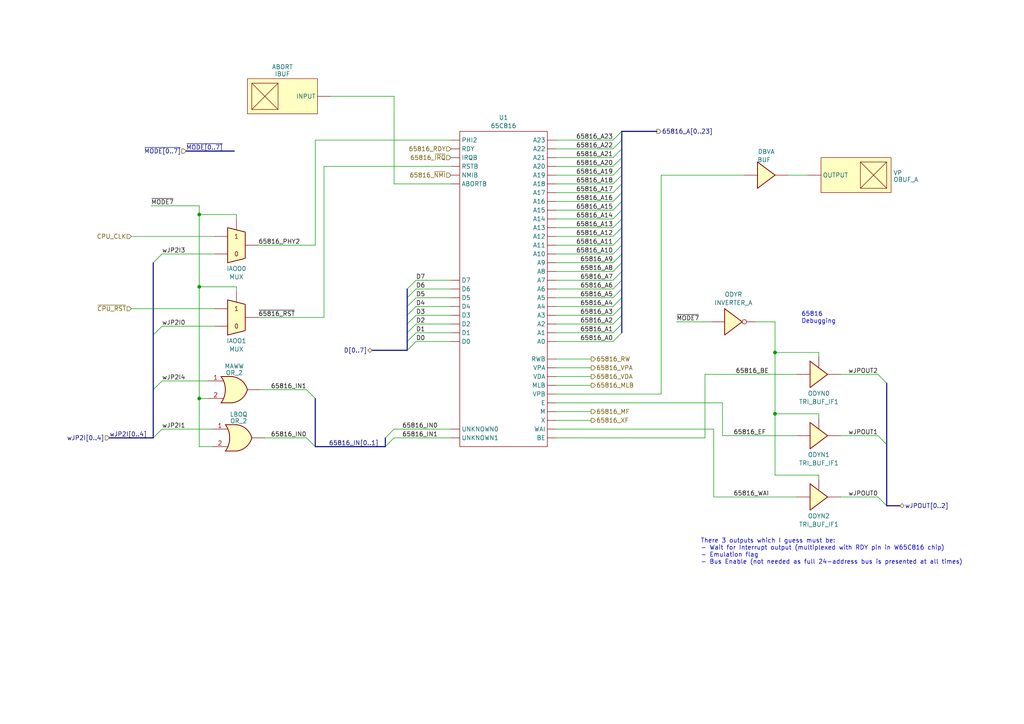
<source format=kicad_sch>
(kicad_sch (version 20230121) (generator eeschema)
  (paper "A4")
  (title_block (title "Reverse Engineered SNES S-CPU Schematics ") (date "2024-02-12") (rev "0.1") (company "Author: Regis Galland"))
  (lib_symbols
    (symbol "Ricoh_Cells:65C816"
      (property "Reference" "U" (at 0.635 1.27 0))
      (property "Value" "65C816" (at 21.59 1.27 0))
      (symbol "65C816_0_1"
        (rectangle (start 0 0) (end 25.4 -91.44))
      )
      (symbol "65C816_1_1"
        (pin output line (at 27.94 -60.96 180) (length 2.54) (name "A0") (number ""))
        (pin output line (at 27.94 -58.42 180) (length 2.54) (name "A1") (number ""))
        (pin output line (at 27.94 -35.56 180) (length 2.54) (name "A10") (number ""))
        (pin output line (at 27.94 -33.02 180) (length 2.54) (name "A11") (number ""))
        (pin output line (at 27.94 -30.48 180) (length 2.54) (name "A12") (number ""))
        (pin output line (at 27.94 -27.94 180) (length 2.54) (name "A13") (number ""))
        (pin output line (at 27.94 -25.4 180) (length 2.54) (name "A14") (number ""))
        (pin output line (at 27.94 -22.86 180) (length 2.54) (name "A15") (number ""))
        (pin output line (at 27.94 -20.32 180) (length 2.54) (name "A16") (number ""))
        (pin output line (at 27.94 -17.78 180) (length 2.54) (name "A17") (number ""))
        (pin output line (at 27.94 -15.24 180) (length 2.54) (name "A18") (number ""))
        (pin output line (at 27.94 -12.7 180) (length 2.54) (name "A19") (number ""))
        (pin output line (at 27.94 -55.88 180) (length 2.54) (name "A2") (number ""))
        (pin output line (at 27.94 -10.16 180) (length 2.54) (name "A20") (number ""))
        (pin output line (at 27.94 -7.62 180) (length 2.54) (name "A21") (number ""))
        (pin output line (at 27.94 -5.08 180) (length 2.54) (name "A22") (number ""))
        (pin output line (at 27.94 -2.54 180) (length 2.54) (name "A23") (number ""))
        (pin output line (at 27.94 -53.34 180) (length 2.54) (name "A3") (number ""))
        (pin output line (at 27.94 -50.8 180) (length 2.54) (name "A4") (number ""))
        (pin output line (at 27.94 -48.26 180) (length 2.54) (name "A5") (number ""))
        (pin output line (at 27.94 -45.72 180) (length 2.54) (name "A6") (number ""))
        (pin output line (at 27.94 -43.18 180) (length 2.54) (name "A7") (number ""))
        (pin output line (at 27.94 -40.64 180) (length 2.54) (name "A8") (number ""))
        (pin output line (at 27.94 -38.1 180) (length 2.54) (name "A9") (number ""))
        (pin input line (at -2.54 -15.24 0) (length 2.54) (name "ABORTB") (number ""))
        (pin output line (at 27.94 -88.9 180) (length 2.54) (name "BE") (number ""))
        (pin bidirectional line (at -2.54 -60.96 0) (length 2.54) (name "D0") (number ""))
        (pin bidirectional line (at -2.54 -58.42 0) (length 2.54) (name "D1") (number ""))
        (pin bidirectional line (at -2.54 -55.88 0) (length 2.54) (name "D2") (number ""))
        (pin bidirectional line (at -2.54 -53.34 0) (length 2.54) (name "D3") (number ""))
        (pin bidirectional line (at -2.54 -50.8 0) (length 2.54) (name "D4") (number ""))
        (pin bidirectional line (at -2.54 -48.26 0) (length 2.54) (name "D5") (number ""))
        (pin bidirectional line (at -2.54 -45.72 0) (length 2.54) (name "D6") (number ""))
        (pin bidirectional line (at -2.54 -43.18 0) (length 2.54) (name "D7") (number ""))
        (pin output line (at 27.94 -78.74 180) (length 2.54) (name "E") (number ""))
        (pin input line (at -2.54 -7.62 0) (length 2.54) (name "IRQB") (number ""))
        (pin output line (at 27.94 -81.28 180) (length 2.54) (name "M") (number ""))
        (pin output line (at 27.94 -73.66 180) (length 2.54) (name "MLB") (number ""))
        (pin input line (at -2.54 -12.7 0) (length 2.54) (name "NMIB") (number ""))
        (pin input line (at -2.54 -2.54 0) (length 2.54) (name "PHI2") (number ""))
        (pin input line (at -2.54 -5.08 0) (length 2.54) (name "RDY") (number ""))
        (pin input line (at -2.54 -10.16 0) (length 2.54) (name "RSTB") (number ""))
        (pin output line (at 27.94 -66.04 180) (length 2.54) (name "RWB") (number ""))
        (pin input line (at -2.54 -86.36 0) (length 2.54) (name "UNKNOWN0") (number ""))
        (pin input line (at -2.54 -88.9 0) (length 2.54) (name "UNKNOWN1") (number ""))
        (pin output line (at 27.94 -71.12 180) (length 2.54) (name "VDA") (number ""))
        (pin output line (at 27.94 -68.58 180) (length 2.54) (name "VPA") (number ""))
        (pin output line (at 27.94 -76.2 180) (length 2.54) (name "VPB") (number ""))
        (pin output line (at 27.94 -86.36 180) (length 2.54) (name "WAI") (number ""))
        (pin output line (at 27.94 -83.82 180) (length 2.54) (name "X") (number ""))
      )
    )
    (symbol "Ricoh_Cells:BUF" (pin_numbers hide) (pin_names hide)
      (property "Reference" "U?" (at 0 5.08 0))
      (property "Value" "BUF" (at 0 -5.08 0))
      (symbol "BUF_1_0"
        (polyline (pts (xy -2.54 3.81) (xy -2.54 -3.81) (xy 2.54 0) (xy -2.54 3.81)) (stroke (width 0.254)) (fill (type background)))
        (pin input line (at -6.35 0 0) (length 3.81) (name "~") (number "1"))
        (pin output line (at 6.35 0 180) (length 3.81) (name "~") (number "2"))
      )
    )
    (symbol "Ricoh_Cells:IBUF" (pin_numbers hide)
      (property "Reference" "U" (at 0 6.35 0))
      (property "Value" "IBUF" (at 0 -6.35 0))
      (symbol "IBUF_0_1"
        (rectangle (start -10.16 5.08) (end 10.16 -5.08) (fill (type background)))
        (rectangle (start -8.89 3.81) (end -1.27 -3.81))
        (polyline (pts (xy -8.89 -3.81) (xy -1.27 3.81)))
        (polyline (pts (xy -1.27 -3.81) (xy -8.89 3.81)))
      )
      (symbol "IBUF_1_1"
        (pin output line (at 13.97 0 180) (length 3.81) (name "INPUT") (number "1"))
      )
    )
    (symbol "Ricoh_Cells:INVERTER_A" (pin_numbers hide) (pin_names hide)
      (property "Reference" "U?" (at 0 5.08 0))
      (property "Value" "INVERTER_A" (at 0 -5.08 0))
      (symbol "INVERTER_A_1_0"
        (polyline (pts (xy -2.54 3.81) (xy -2.54 -3.81) (xy 2.54 0) (xy -2.54 3.81)) (stroke (width 0.254)) (fill (type background)))
        (pin input line (at -6.35 0 0) (length 3.81) (name "~") (number "1"))
        (pin output inverted (at 6.35 0 180) (length 3.81) (name "~") (number "2"))
      )
    )
    (symbol "Ricoh_Cells:MUX" (pin_numbers hide) (pin_names (offset 0))
      (property "Reference" "U" (at 0 -6.985 0))
      (property "Value" "MUX" (at 0 -9.525 0))
      (symbol "MUX_0_0"
        (text "0" (at 0 -2.54 0) (effects (font (size 1.27 1.27))))
        (text "1" (at 0 2.54 0) (effects (font (size 1.27 1.27))))
      )
      (symbol "MUX_0_1"
        (polyline (pts (xy -2.54 -5.08) (xy -2.54 5.08) (xy 2.54 3.81) (xy 2.54 -3.81) (xy -2.54 -5.08)) (stroke (width 0.254)) (fill (type background)))
      )
      (symbol "MUX_1_1"
        (pin input line (at 0 7.62 270) (length 3.17) (name "~") (number "1"))
        (pin input line (at -6.35 2.54 0) (length 3.81) (name "~") (number "2"))
        (pin input line (at -6.35 -2.54 0) (length 3.81) (name "~") (number "3"))
        (pin output line (at 6.35 0 180) (length 3.81) (name "~") (number "4"))
      )
    )
    (symbol "Ricoh_Cells:OBUF_A" (pin_numbers hide)
      (property "Reference" "U" (at 0 6.35 0))
      (property "Value" "OBUF_A" (at 0 -6.35 0))
      (symbol "OBUF_A_0_1"
        (rectangle (start -10.16 5.08) (end 10.16 -5.08) (fill (type background)))
        (rectangle (start -8.89 3.81) (end -1.27 -3.81))
        (polyline (pts (xy -8.89 -3.81) (xy -1.27 3.81)))
        (polyline (pts (xy -1.27 -3.81) (xy -8.89 3.81)))
      )
      (symbol "OBUF_A_1_1"
        (pin input line (at 13.97 0 180) (length 3.81) (name "OUTPUT") (number "1"))
      )
    )
    (symbol "Ricoh_Cells:OR_2" (pin_names hide)
      (property "Reference" "U" (at 0 5.08 0))
      (property "Value" "OR_2" (at 0 -5.08 0))
      (symbol "OR_2_1_1"
        (arc (start -3.8102 -3.81) (mid -2.5892 0) (end -3.8102 3.81) (stroke (width 0.254)))
        (arc (start -0.6098 -3.81) (mid 2.1853 -2.584) (end 3.8098 0) (stroke (width 0.254)) (fill (type background)))
        (polyline (pts (xy -3.8102 -3.81) (xy -0.6352 -3.81)) (stroke (width 0.254)) (fill (type background)))
        (polyline (pts (xy -3.8102 3.81) (xy -0.6352 3.81)) (stroke (width 0.254)) (fill (type background)))
        (polyline (pts (xy -0.6352 3.81) (xy -3.8102 3.81) (xy -3.8102 3.81) (xy -3.5562 3.4036) (xy -3.0228 2.2606) (xy -2.6926 1.0414) (xy -2.6164 -0.254) (xy -2.7688 -1.4986) (xy -3.1752 -2.7178) (xy -3.8102 -3.81) (xy -3.8102 -3.81) (xy -0.6352 -3.81)) (stroke (width -25.4)) (fill (type background)))
        (arc (start 3.8098 0) (mid 2.1926 2.5925) (end -0.6098 3.81) (stroke (width 0.254)) (fill (type background)))
        (pin input line (at -7.62 2.54 0) (length 4.4) (name "~") (number "1"))
        (pin input line (at -7.62 -2.54 0) (length 4.4) (name "~") (number "2"))
        (pin output line (at 7.62 0 180) (length 3.81) (name "~") (number "3"))
      )
    )
    (symbol "Ricoh_Cells:TRI_BUF_IF1" (pin_numbers hide) (pin_names hide)
      (property "Reference" "U10" (at 0 -5.5325 0))
      (property "Value" "TRI_BUF_IF1" (at 0 -7.4535 0))
      (symbol "TRI_BUF_IF1_1_0"
        (polyline (pts (xy -2.54 3.81) (xy -2.54 -3.81) (xy 2.54 0) (xy -2.54 3.81)) (stroke (width 0.254)) (fill (type background)))
        (pin input line (at -6.35 0 0) (length 3.81) (name "IN") (number "1"))
        (pin input line (at -6.35 0 0) (length 3.81) hide (name "IN") (number "3"))
        (pin tri_state line (at 6.35 0 180) (length 3.81) (name "~") (number "4"))
      )
      (symbol "TRI_BUF_IF1_1_1"
        (pin input line (at 0 5.08 270) (length 3) (name "~{ENA}") (number "2"))
      )
    )
  )
  (junction (at 57.785 62.23))
  (junction (at 224.79 120.015))
  (junction (at 57.785 115.57))
  (junction (at 224.79 102.235))
  (junction (at 57.785 83.185))
  (bus_entry (at 177.8 40.64) (size 2.54 -2.54))
  (bus_entry (at 120.65 99.06) (size -2.54 2.54))
  (bus_entry (at 177.8 48.26) (size 2.54 -2.54))
  (bus_entry (at 177.8 50.8) (size 2.54 -2.54))
  (bus_entry (at 254.635 108.585) (size 2.54 2.54))
  (bus_entry (at 111.76 127) (size 2.54 -2.54))
  (bus_entry (at 88.9 127) (size 2.54 2.54))
  (bus_entry (at 111.76 129.54) (size 2.54 -2.54))
  (bus_entry (at 120.65 88.9) (size -2.54 2.54))
  (bus_entry (at 177.8 81.28) (size 2.54 -2.54))
  (bus_entry (at 177.8 83.82) (size 2.54 -2.54))
  (bus_entry (at 177.8 93.98) (size 2.54 -2.54))
  (bus_entry (at 177.8 73.66) (size 2.54 -2.54))
  (bus_entry (at 177.8 78.74) (size 2.54 -2.54))
  (bus_entry (at 120.65 81.28) (size -2.54 2.54))
  (bus_entry (at 177.8 91.44) (size 2.54 -2.54))
  (bus_entry (at 177.8 88.9) (size 2.54 -2.54))
  (bus_entry (at 177.8 76.2) (size 2.54 -2.54))
  (bus_entry (at 120.65 91.44) (size -2.54 2.54))
  (bus_entry (at 120.65 86.36) (size -2.54 2.54))
  (bus_entry (at 177.8 68.58) (size 2.54 -2.54))
  (bus_entry (at 177.8 58.42) (size 2.54 -2.54))
  (bus_entry (at 46.99 124.46) (size -2.54 2.54))
  (bus_entry (at 177.8 45.72) (size 2.54 -2.54))
  (bus_entry (at 177.8 96.52) (size 2.54 -2.54))
  (bus_entry (at 177.8 71.12) (size 2.54 -2.54))
  (bus_entry (at 46.99 94.615) (size -2.54 2.54))
  (bus_entry (at 177.8 63.5) (size 2.54 -2.54))
  (bus_entry (at 88.9 113.03) (size 2.54 2.54))
  (bus_entry (at 177.8 66.04) (size 2.54 -2.54))
  (bus_entry (at 177.8 60.96) (size 2.54 -2.54))
  (bus_entry (at 177.8 86.36) (size 2.54 -2.54))
  (bus_entry (at 120.65 93.98) (size -2.54 2.54))
  (bus_entry (at 177.8 55.88) (size 2.54 -2.54))
  (bus_entry (at 46.99 110.49) (size -2.54 2.54))
  (bus_entry (at 254.635 144.145) (size 2.54 2.54))
  (bus_entry (at 120.65 83.82) (size -2.54 2.54))
  (bus_entry (at 177.8 53.34) (size 2.54 -2.54))
  (bus_entry (at 120.65 96.52) (size -2.54 2.54))
  (bus_entry (at 177.8 43.18) (size 2.54 -2.54))
  (bus_entry (at 177.8 99.06) (size 2.54 -2.54))
  (bus_entry (at 46.99 73.66) (size -2.54 2.54))
  (bus_entry (at 254.635 126.365) (size 2.54 2.54))
  (wire (pts (xy 161.29 116.84) (xy 209.55 116.84)))
  (bus (pts (xy 44.45 113.03) (xy 44.45 127)))
  (wire (pts (xy 161.29 83.82) (xy 177.8 83.82)))
  (bus (pts (xy 118.11 93.98) (xy 118.11 96.52)))
  (wire (pts (xy 75.565 113.03) (xy 88.9 113.03)))
  (bus (pts (xy 180.34 45.72) (xy 180.34 43.18)))
  (wire (pts (xy 114.3 124.46) (xy 130.81 124.46)))
  (bus (pts (xy 118.11 101.6) (xy 107.95 101.6)))
  (wire (pts (xy 46.99 94.615) (xy 62.23 94.615)))
  (wire (pts (xy 161.29 91.44) (xy 177.8 91.44)))
  (wire (pts (xy 224.79 102.235) (xy 224.79 120.015)))
  (wire (pts (xy 161.29 40.64) (xy 177.8 40.64)))
  (wire (pts (xy 161.29 81.28) (xy 177.8 81.28)))
  (bus (pts (xy 118.11 83.82) (xy 118.11 86.36)))
  (wire (pts (xy 120.65 91.44) (xy 130.81 91.44)))
  (wire (pts (xy 95.885 27.94) (xy 114.3 27.94)))
  (wire (pts (xy 207.01 144.145) (xy 231.14 144.145)))
  (bus (pts (xy 180.34 71.12) (xy 180.34 68.58)))
  (wire (pts (xy 161.29 88.9) (xy 177.8 88.9)))
  (wire (pts (xy 76.835 127) (xy 88.9 127)))
  (wire (pts (xy 171.45 104.14) (xy 161.29 104.14)))
  (wire (pts (xy 161.29 124.46) (xy 207.01 124.46)))
  (wire (pts (xy 207.01 124.46) (xy 207.01 144.145)))
  (wire (pts (xy 209.55 126.365) (xy 231.14 126.365)))
  (wire (pts (xy 46.99 110.49) (xy 60.325 110.49)))
  (wire (pts (xy 191.77 114.3) (xy 161.29 114.3)))
  (wire (pts (xy 191.77 50.8) (xy 215.9 50.8)))
  (wire (pts (xy 68.58 83.185) (xy 68.58 84.455)))
  (wire (pts (xy 196.215 93.345) (xy 206.375 93.345)))
  (wire (pts (xy 161.29 78.74) (xy 177.8 78.74)))
  (wire (pts (xy 209.55 116.84) (xy 209.55 126.365)))
  (bus (pts (xy 180.34 96.52) (xy 180.34 93.98)))
  (bus (pts (xy 257.175 128.905) (xy 257.175 146.685)))
  (wire (pts (xy 93.98 48.26) (xy 93.98 92.075)))
  (wire (pts (xy 57.785 62.23) (xy 68.58 62.23)))
  (wire (pts (xy 57.785 83.185) (xy 68.58 83.185)))
  (wire (pts (xy 120.65 96.52) (xy 130.81 96.52)))
  (wire (pts (xy 161.29 53.34) (xy 177.8 53.34)))
  (bus (pts (xy 180.34 93.98) (xy 180.34 91.44)))
  (wire (pts (xy 171.45 106.68) (xy 161.29 106.68)))
  (wire (pts (xy 161.29 68.58) (xy 177.8 68.58)))
  (wire (pts (xy 161.29 45.72) (xy 177.8 45.72)))
  (wire (pts (xy 237.49 120.015) (xy 224.79 120.015)))
  (bus (pts (xy 67.945 43.815) (xy 53.975 43.815)))
  (bus (pts (xy 180.34 63.5) (xy 180.34 60.96)))
  (wire (pts (xy 120.65 99.06) (xy 130.81 99.06)))
  (wire (pts (xy 161.29 96.52) (xy 177.8 96.52)))
  (wire (pts (xy 161.29 99.06) (xy 177.8 99.06)))
  (wire (pts (xy 161.29 76.2) (xy 177.8 76.2)))
  (bus (pts (xy 180.34 68.58) (xy 180.34 66.04)))
  (bus (pts (xy 44.45 127) (xy 31.75 127)))
  (wire (pts (xy 237.49 102.235) (xy 237.49 103.505)))
  (wire (pts (xy 74.93 71.12) (xy 91.44 71.12)))
  (wire (pts (xy 171.45 119.38) (xy 161.29 119.38)))
  (bus (pts (xy 180.34 81.28) (xy 180.34 78.74)))
  (wire (pts (xy 243.84 126.365) (xy 254.635 126.365)))
  (wire (pts (xy 161.29 86.36) (xy 177.8 86.36)))
  (wire (pts (xy 237.49 139.065) (xy 237.49 137.795)))
  (wire (pts (xy 224.79 93.345) (xy 224.79 102.235)))
  (wire (pts (xy 57.785 115.57) (xy 57.785 129.54)))
  (wire (pts (xy 161.29 50.8) (xy 177.8 50.8)))
  (wire (pts (xy 74.93 92.075) (xy 93.98 92.075)))
  (wire (pts (xy 38.1 68.58) (xy 62.23 68.58)))
  (wire (pts (xy 114.3 53.34) (xy 130.81 53.34)))
  (wire (pts (xy 204.47 108.585) (xy 231.14 108.585)))
  (wire (pts (xy 46.99 124.46) (xy 61.595 124.46)))
  (wire (pts (xy 243.84 144.145) (xy 254.635 144.145)))
  (bus (pts (xy 180.34 40.64) (xy 180.34 38.1)))
  (wire (pts (xy 120.65 86.36) (xy 130.81 86.36)))
  (wire (pts (xy 114.3 127) (xy 130.81 127)))
  (wire (pts (xy 91.44 40.64) (xy 130.81 40.64)))
  (bus (pts (xy 180.34 91.44) (xy 180.34 88.9)))
  (bus (pts (xy 44.45 97.155) (xy 44.45 76.2)))
  (bus (pts (xy 111.76 129.54) (xy 111.76 127)))
  (wire (pts (xy 57.785 129.54) (xy 61.595 129.54)))
  (bus (pts (xy 180.34 88.9) (xy 180.34 86.36)))
  (wire (pts (xy 243.84 108.585) (xy 254.635 108.585)))
  (bus (pts (xy 44.45 113.03) (xy 44.45 97.155)))
  (wire (pts (xy 46.99 73.66) (xy 62.23 73.66)))
  (wire (pts (xy 161.29 43.18) (xy 177.8 43.18)))
  (wire (pts (xy 38.1 89.535) (xy 62.23 89.535)))
  (wire (pts (xy 161.29 66.04) (xy 177.8 66.04)))
  (bus (pts (xy 180.34 48.26) (xy 180.34 45.72)))
  (bus (pts (xy 180.34 78.74) (xy 180.34 76.2)))
  (wire (pts (xy 57.785 115.57) (xy 60.325 115.57)))
  (wire (pts (xy 237.49 137.795) (xy 224.79 137.795)))
  (bus (pts (xy 91.44 115.57) (xy 91.44 129.54)))
  (wire (pts (xy 219.075 93.345) (xy 224.79 93.345)))
  (wire (pts (xy 224.79 120.015) (xy 224.79 137.795)))
  (bus (pts (xy 180.34 60.96) (xy 180.34 58.42)))
  (bus (pts (xy 180.34 55.88) (xy 180.34 53.34)))
  (wire (pts (xy 228.6 50.8) (xy 234.315 50.8)))
  (wire (pts (xy 57.785 59.69) (xy 57.785 62.23)))
  (bus (pts (xy 118.11 86.36) (xy 118.11 88.9)))
  (wire (pts (xy 224.79 102.235) (xy 237.49 102.235)))
  (wire (pts (xy 57.785 83.185) (xy 57.785 115.57)))
  (wire (pts (xy 204.47 127) (xy 204.47 108.585)))
  (wire (pts (xy 161.29 127) (xy 204.47 127)))
  (bus (pts (xy 180.34 43.18) (xy 180.34 40.64)))
  (wire (pts (xy 93.98 48.26) (xy 130.81 48.26)))
  (bus (pts (xy 180.34 83.82) (xy 180.34 81.28)))
  (wire (pts (xy 120.65 83.82) (xy 130.81 83.82)))
  (bus (pts (xy 180.34 86.36) (xy 180.34 83.82)))
  (wire (pts (xy 161.29 93.98) (xy 177.8 93.98)))
  (bus (pts (xy 118.11 91.44) (xy 118.11 93.98)))
  (bus (pts (xy 257.175 146.685) (xy 260.985 146.685)))
  (wire (pts (xy 171.45 109.22) (xy 161.29 109.22)))
  (wire (pts (xy 161.29 48.26) (xy 177.8 48.26)))
  (wire (pts (xy 120.65 93.98) (xy 130.81 93.98)))
  (wire (pts (xy 43.815 59.69) (xy 57.785 59.69)))
  (wire (pts (xy 57.785 62.23) (xy 57.785 83.185)))
  (bus (pts (xy 180.34 73.66) (xy 180.34 71.12)))
  (bus (pts (xy 91.44 129.54) (xy 111.76 129.54)))
  (wire (pts (xy 161.29 55.88) (xy 177.8 55.88)))
  (wire (pts (xy 91.44 71.12) (xy 91.44 40.64)))
  (wire (pts (xy 68.58 62.23) (xy 68.58 63.5)))
  (wire (pts (xy 114.3 27.94) (xy 114.3 53.34)))
  (bus (pts (xy 180.34 76.2) (xy 180.34 73.66)))
  (wire (pts (xy 161.29 60.96) (xy 177.8 60.96)))
  (wire (pts (xy 191.77 50.8) (xy 191.77 114.3)))
  (wire (pts (xy 130.81 81.28) (xy 120.65 81.28)))
  (bus (pts (xy 180.34 66.04) (xy 180.34 63.5)))
  (bus (pts (xy 118.11 99.06) (xy 118.11 101.6)))
  (wire (pts (xy 120.65 88.9) (xy 130.81 88.9)))
  (wire (pts (xy 161.29 71.12) (xy 177.8 71.12)))
  (bus (pts (xy 180.34 38.1) (xy 190.5 38.1)))
  (bus (pts (xy 180.34 58.42) (xy 180.34 55.88)))
  (bus (pts (xy 118.11 88.9) (xy 118.11 91.44)))
  (wire (pts (xy 171.45 121.92) (xy 161.29 121.92)))
  (wire (pts (xy 171.45 111.76) (xy 161.29 111.76)))
  (bus (pts (xy 180.34 53.34) (xy 180.34 50.8)))
  (wire (pts (xy 161.29 73.66) (xy 177.8 73.66)))
  (bus (pts (xy 118.11 96.52) (xy 118.11 99.06)))
  (wire (pts (xy 161.29 63.5) (xy 177.8 63.5)))
  (bus (pts (xy 257.175 111.125) (xy 257.175 128.905)))
  (wire (pts (xy 237.49 121.285) (xy 237.49 120.015)))
  (wire (pts (xy 161.29 58.42) (xy 177.8 58.42)))
  (bus (pts (xy 180.34 50.8) (xy 180.34 48.26)))
  (text "There 3 outputs which I guess must be:\n- Wait for Interrupt output (multiplexed with RDY pin in W65C816 chip)\n- Emulation flag\n- Bus Enable (not needed as full 24-address bus is presented at all times)" (at 203.2 163.83 0) (effects (font (size 1.27 1.27)) (justify left bottom)))
  (text "65816\nDebugging" (at 232.41 93.98 0) (effects (font (size 1.27 1.27)) (justify left bottom)))
  (label "65816_A15" (at 177.8 60.96 180))
  (label "65816_EF" (at 212.725 126.365 0))
  (label "65816_IN1" (at 127 127 180))
  (label "65816_IN[0..1]" (at 109.855 129.54 180))
  (label "65816_A13" (at 177.8 66.04 180))
  (label "wJP2I3" (at 46.99 73.66 0))
  (label "~{65816_RST}" (at 74.93 92.075 0))
  (label "65816_IN0" (at 88.9 127 180))
  (label "D6" (at 120.65 83.82 0))
  (label "65816_A14" (at 177.8 63.5 180))
  (label "65816_A21" (at 177.8 45.72 180))
  (label "wJP2I4" (at 46.99 110.49 0))
  (label "65816_A20" (at 177.8 48.26 180))
  (label "65816_A12" (at 177.8 68.58 180))
  (label "wJP2I0" (at 46.99 94.615 0))
  (label "65816_A11" (at 177.8 71.12 180))
  (label "~{MODE[0..7]}" (at 53.975 43.815 0))
  (label "wJP2I[0..4]" (at 31.75 127 0))
  (label "65816_A10" (at 177.8 73.66 180))
  (label "65816_BE" (at 213.36 108.585 0))
  (label "65816_A1" (at 177.8 96.52 180))
  (label "65816_IN1" (at 88.9 113.03 180))
  (label "65816_IN0" (at 127 124.46 180))
  (label "~{MODE7}" (at 196.215 93.345 0))
  (label "65816_A8" (at 177.8 78.74 180))
  (label "65816_A16" (at 177.8 58.42 180))
  (label "D1" (at 120.65 96.52 0))
  (label "65816_PHY2" (at 74.93 71.12 0))
  (label "65816_A2" (at 177.8 93.98 180))
  (label "65816_A17" (at 177.8 55.88 180))
  (label "65816_A4" (at 177.8 88.9 180))
  (label "D4" (at 120.65 88.9 0))
  (label "65816_A5" (at 177.8 86.36 180))
  (label "wJP2I1" (at 46.99 124.46 0))
  (label "65816_A6" (at 177.8 83.82 180))
  (label "65816_A9" (at 177.8 76.2 180))
  (label "65816_A3" (at 177.8 91.44 180))
  (label "65816_A23" (at 177.8 40.64 180))
  (label "D7" (at 120.65 81.28 0))
  (label "65816_WAI" (at 212.725 144.145 0))
  (label "65816_A7" (at 177.8 81.28 180))
  (label "wJPOUT2" (at 254.635 108.585 180))
  (label "65816_A0" (at 177.8 99.06 180))
  (label "D3" (at 120.65 91.44 0))
  (label "D0" (at 120.65 99.06 0))
  (label "wJPOUT1" (at 254.635 126.365 180))
  (label "65816_A18" (at 177.8 53.34 180))
  (label "65816_A22" (at 177.8 43.18 180))
  (label "D5" (at 120.65 86.36 0))
  (label "65816_A19" (at 177.8 50.8 180))
  (label "~{MODE7}" (at 43.815 59.69 0))
  (label "D2" (at 120.65 93.98 0))
  (label "wJPOUT0" (at 254.635 144.145 180))
  (hierarchical_label "65816_MLB" (shape output) (at 171.45 111.76 0))
  (hierarchical_label "CPU_CLK" (shape input) (at 38.1 68.58 180))
  (hierarchical_label "~{CPU_RST}" (shape input) (at 38.1 89.535 180))
  (hierarchical_label "~{MODE[0..7]}" (shape input) (at 53.975 43.815 180))
  (hierarchical_label "65816_VDA" (shape output) (at 171.45 109.22 0))
  (hierarchical_label "65816_RW" (shape output) (at 171.45 104.14 0))
  (hierarchical_label "65816_XF" (shape output) (at 171.45 121.92 0))
  (hierarchical_label "wJPOUT[0..2]" (shape tri_state) (at 260.985 146.685 0))
  (hierarchical_label "D[0..7]" (shape bidirectional) (at 107.95 101.6 180))
  (hierarchical_label "65816_VPA" (shape output) (at 171.45 106.68 0))
  (hierarchical_label "65816_RDY" (shape input) (at 130.81 43.18 180))
  (hierarchical_label "65816_~{NMI}" (shape input) (at 130.81 50.8 180))
  (hierarchical_label "65816_~{IRQ}" (shape input) (at 130.81 45.72 180))
  (hierarchical_label "wJP2I[0..4]" (shape input) (at 31.75 127 180))
  (hierarchical_label "65816_MF" (shape output) (at 171.45 119.38 0))
  (hierarchical_label "65816_A[0..23]" (shape output) (at 190.5 38.1 0))
  (symbol (lib_id "Ricoh_Cells:OR_2") (at 69.215 127 0) (unit 1)
    (property "Reference" "LBOQ" (at 69.2148 120.1801 0))
    (property "Value" "OR_2" (at 69.2148 122.1011 0))
    (property "Datasheet" "http://iceboy.a-singer.de/doc/dmg_cells.html#or2" (effects hide))
  )
  (symbol (lib_id "Ricoh_Cells:OBUF_A") (at 248.285 50.8 0) (mirror y) (unit 1)
    (property "Reference" "VP" (at 259.08 50.1563 0) (effects (justify right)))
    (property "Value" "OBUF_A" (at 259.08 52.0773 0) (effects (justify right)))
  )
  (symbol (lib_id "Ricoh_Cells:IBUF") (at 81.915 27.94 0) (unit 1)
    (property "Reference" "ABORT" (at 81.915 19.407 0))
    (property "Value" "IBUF" (at 81.915 21.455 0))
  )
  (symbol (lib_id "Ricoh_Cells:TRI_BUF_IF1") (at 237.49 108.585 0) (unit 1)
    (property "Reference" "ODYN0" (at 237.49 114.1151 0))
    (property "Value" "TRI_BUF_IF1" (at 237.49 116.5393 0))
    (property "Datasheet" "http://iceboy.a-singer.de/doc/dmg_cells.html#tri_buf_if0" (effects hide))
  )
  (symbol (lib_id "Ricoh_Cells:INVERTER_A") (at 212.725 93.345 0) (unit 1)
    (property "Reference" "ODYR" (at 212.725 85.3907 0))
    (property "Value" "INVERTER_A" (at 212.725 87.8149 0))
    (property "Datasheet" "http://iceboy.a-singer.de/doc/dmg_cells.html#inv_a" (effects hide))
  )
  (symbol (lib_id "Ricoh_Cells:TRI_BUF_IF1") (at 237.49 126.365 0) (unit 1)
    (property "Reference" "ODYN1" (at 237.49 131.8951 0))
    (property "Value" "TRI_BUF_IF1" (at 237.49 134.3193 0))
    (property "Datasheet" "http://iceboy.a-singer.de/doc/dmg_cells.html#tri_buf_if0" (effects hide))
  )
  (symbol (lib_id "Ricoh_Cells:MUX") (at 68.58 92.075 0) (unit 1)
    (property "Reference" "IAOO1" (at 68.58 98.8751 0))
    (property "Value" "MUX" (at 68.58 101.2993 0))
    (property "Datasheet" "http://iceboy.a-singer.de/doc/dmg_cells.html#mux" (effects hide))
  )
  (symbol (lib_id "Ricoh_Cells:OR_2") (at 67.945 113.03 0) (unit 1)
    (property "Reference" "MAWW" (at 67.9448 106.2101 0))
    (property "Value" "OR_2" (at 67.9448 108.1311 0))
    (property "Datasheet" "http://iceboy.a-singer.de/doc/dmg_cells.html#or2" (effects hide))
  )
  (symbol (lib_id "Ricoh_Cells:MUX") (at 68.58 71.12 0) (unit 1)
    (property "Reference" "IAOO0" (at 68.58 77.9201 0))
    (property "Value" "MUX" (at 68.58 80.3443 0))
    (property "Datasheet" "http://iceboy.a-singer.de/doc/dmg_cells.html#mux" (effects hide))
  )
  (symbol (lib_id "Ricoh_Cells:BUF") (at 222.25 50.8 0) (unit 1)
    (property "Reference" "DBVA" (at 222.25 43.9801 0))
    (property "Value" "BUF" (at 221.615 46.355 0))
  )
  (symbol (lib_id "Ricoh_Cells:TRI_BUF_IF1") (at 237.49 144.145 0) (unit 1)
    (property "Reference" "ODYN2" (at 237.49 149.6751 0))
    (property "Value" "TRI_BUF_IF1" (at 237.49 152.0993 0))
    (property "Datasheet" "http://iceboy.a-singer.de/doc/dmg_cells.html#tri_buf_if0" (effects hide))
  )
  (symbol (lib_id "Ricoh_Cells:65C816") (at 133.35 38.1 0) (unit 1)
    (property "Reference" "U1" (at 146.05 34.0827 0))
    (property "Value" "65C816" (at 146.05 36.5069 0))
  )
)
</source>
